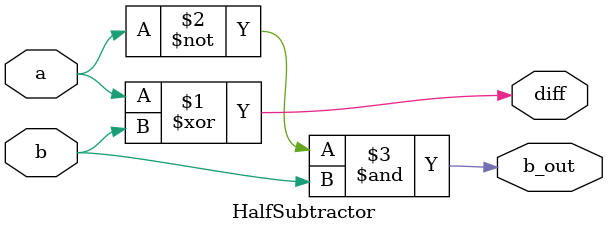
<source format=sv>
module HalfSubtractor(
  input a , b,
  output diff , b_out
);
  assign diff = a ^ b;
  assign b_out = (~a & b);
endmodule

</source>
